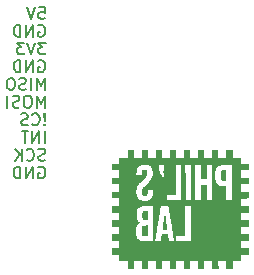
<source format=gbr>
%TF.GenerationSoftware,KiCad,Pcbnew,(5.1.7)-1*%
%TF.CreationDate,2021-09-13T22:56:48+02:00*%
%TF.ProjectId,Airspeed_SensorBoard,41697273-7065-4656-945f-53656e736f72,rev?*%
%TF.SameCoordinates,Original*%
%TF.FileFunction,Legend,Bot*%
%TF.FilePolarity,Positive*%
%FSLAX46Y46*%
G04 Gerber Fmt 4.6, Leading zero omitted, Abs format (unit mm)*
G04 Created by KiCad (PCBNEW (5.1.7)-1) date 2021-09-13 22:56:48*
%MOMM*%
%LPD*%
G01*
G04 APERTURE LIST*
%ADD10C,0.150000*%
%ADD11C,0.010000*%
G04 APERTURE END LIST*
D10*
X60390595Y-38500000D02*
X60485833Y-38452380D01*
X60628690Y-38452380D01*
X60771547Y-38500000D01*
X60866785Y-38595238D01*
X60914404Y-38690476D01*
X60962023Y-38880952D01*
X60962023Y-39023809D01*
X60914404Y-39214285D01*
X60866785Y-39309523D01*
X60771547Y-39404761D01*
X60628690Y-39452380D01*
X60533452Y-39452380D01*
X60390595Y-39404761D01*
X60342976Y-39357142D01*
X60342976Y-39023809D01*
X60533452Y-39023809D01*
X59914404Y-39452380D02*
X59914404Y-38452380D01*
X59342976Y-39452380D01*
X59342976Y-38452380D01*
X58866785Y-39452380D02*
X58866785Y-38452380D01*
X58628690Y-38452380D01*
X58485833Y-38500000D01*
X58390595Y-38595238D01*
X58342976Y-38690476D01*
X58295357Y-38880952D01*
X58295357Y-39023809D01*
X58342976Y-39214285D01*
X58390595Y-39309523D01*
X58485833Y-39404761D01*
X58628690Y-39452380D01*
X58866785Y-39452380D01*
X60962023Y-37904761D02*
X60819166Y-37952380D01*
X60581071Y-37952380D01*
X60485833Y-37904761D01*
X60438214Y-37857142D01*
X60390595Y-37761904D01*
X60390595Y-37666666D01*
X60438214Y-37571428D01*
X60485833Y-37523809D01*
X60581071Y-37476190D01*
X60771547Y-37428571D01*
X60866785Y-37380952D01*
X60914404Y-37333333D01*
X60962023Y-37238095D01*
X60962023Y-37142857D01*
X60914404Y-37047619D01*
X60866785Y-37000000D01*
X60771547Y-36952380D01*
X60533452Y-36952380D01*
X60390595Y-37000000D01*
X59390595Y-37857142D02*
X59438214Y-37904761D01*
X59581071Y-37952380D01*
X59676309Y-37952380D01*
X59819166Y-37904761D01*
X59914404Y-37809523D01*
X59962023Y-37714285D01*
X60009642Y-37523809D01*
X60009642Y-37380952D01*
X59962023Y-37190476D01*
X59914404Y-37095238D01*
X59819166Y-37000000D01*
X59676309Y-36952380D01*
X59581071Y-36952380D01*
X59438214Y-37000000D01*
X59390595Y-37047619D01*
X58962023Y-37952380D02*
X58962023Y-36952380D01*
X58390595Y-37952380D02*
X58819166Y-37380952D01*
X58390595Y-36952380D02*
X58962023Y-37523809D01*
X60914404Y-36452380D02*
X60914404Y-35452380D01*
X60438214Y-36452380D02*
X60438214Y-35452380D01*
X59866785Y-36452380D01*
X59866785Y-35452380D01*
X59533452Y-35452380D02*
X58962023Y-35452380D01*
X59247738Y-36452380D02*
X59247738Y-35452380D01*
X60914404Y-34857142D02*
X60866785Y-34904761D01*
X60914404Y-34952380D01*
X60962023Y-34904761D01*
X60914404Y-34857142D01*
X60914404Y-34952380D01*
X60914404Y-34571428D02*
X60962023Y-34000000D01*
X60914404Y-33952380D01*
X60866785Y-34000000D01*
X60914404Y-34571428D01*
X60914404Y-33952380D01*
X59866785Y-34857142D02*
X59914404Y-34904761D01*
X60057261Y-34952380D01*
X60152500Y-34952380D01*
X60295357Y-34904761D01*
X60390595Y-34809523D01*
X60438214Y-34714285D01*
X60485833Y-34523809D01*
X60485833Y-34380952D01*
X60438214Y-34190476D01*
X60390595Y-34095238D01*
X60295357Y-34000000D01*
X60152500Y-33952380D01*
X60057261Y-33952380D01*
X59914404Y-34000000D01*
X59866785Y-34047619D01*
X59485833Y-34904761D02*
X59342976Y-34952380D01*
X59104880Y-34952380D01*
X59009642Y-34904761D01*
X58962023Y-34857142D01*
X58914404Y-34761904D01*
X58914404Y-34666666D01*
X58962023Y-34571428D01*
X59009642Y-34523809D01*
X59104880Y-34476190D01*
X59295357Y-34428571D01*
X59390595Y-34380952D01*
X59438214Y-34333333D01*
X59485833Y-34238095D01*
X59485833Y-34142857D01*
X59438214Y-34047619D01*
X59390595Y-34000000D01*
X59295357Y-33952380D01*
X59057261Y-33952380D01*
X58914404Y-34000000D01*
X60914404Y-33452380D02*
X60914404Y-32452380D01*
X60581071Y-33166666D01*
X60247738Y-32452380D01*
X60247738Y-33452380D01*
X59581071Y-32452380D02*
X59390595Y-32452380D01*
X59295357Y-32500000D01*
X59200119Y-32595238D01*
X59152500Y-32785714D01*
X59152500Y-33119047D01*
X59200119Y-33309523D01*
X59295357Y-33404761D01*
X59390595Y-33452380D01*
X59581071Y-33452380D01*
X59676309Y-33404761D01*
X59771547Y-33309523D01*
X59819166Y-33119047D01*
X59819166Y-32785714D01*
X59771547Y-32595238D01*
X59676309Y-32500000D01*
X59581071Y-32452380D01*
X58771547Y-33404761D02*
X58628690Y-33452380D01*
X58390595Y-33452380D01*
X58295357Y-33404761D01*
X58247738Y-33357142D01*
X58200119Y-33261904D01*
X58200119Y-33166666D01*
X58247738Y-33071428D01*
X58295357Y-33023809D01*
X58390595Y-32976190D01*
X58581071Y-32928571D01*
X58676309Y-32880952D01*
X58723928Y-32833333D01*
X58771547Y-32738095D01*
X58771547Y-32642857D01*
X58723928Y-32547619D01*
X58676309Y-32500000D01*
X58581071Y-32452380D01*
X58342976Y-32452380D01*
X58200119Y-32500000D01*
X57771547Y-33452380D02*
X57771547Y-32452380D01*
X60914404Y-31952380D02*
X60914404Y-30952380D01*
X60581071Y-31666666D01*
X60247738Y-30952380D01*
X60247738Y-31952380D01*
X59771547Y-31952380D02*
X59771547Y-30952380D01*
X59342976Y-31904761D02*
X59200119Y-31952380D01*
X58962023Y-31952380D01*
X58866785Y-31904761D01*
X58819166Y-31857142D01*
X58771547Y-31761904D01*
X58771547Y-31666666D01*
X58819166Y-31571428D01*
X58866785Y-31523809D01*
X58962023Y-31476190D01*
X59152500Y-31428571D01*
X59247738Y-31380952D01*
X59295357Y-31333333D01*
X59342976Y-31238095D01*
X59342976Y-31142857D01*
X59295357Y-31047619D01*
X59247738Y-31000000D01*
X59152500Y-30952380D01*
X58914404Y-30952380D01*
X58771547Y-31000000D01*
X58152500Y-30952380D02*
X57962023Y-30952380D01*
X57866785Y-31000000D01*
X57771547Y-31095238D01*
X57723928Y-31285714D01*
X57723928Y-31619047D01*
X57771547Y-31809523D01*
X57866785Y-31904761D01*
X57962023Y-31952380D01*
X58152500Y-31952380D01*
X58247738Y-31904761D01*
X58342976Y-31809523D01*
X58390595Y-31619047D01*
X58390595Y-31285714D01*
X58342976Y-31095238D01*
X58247738Y-31000000D01*
X58152500Y-30952380D01*
X60390595Y-29500000D02*
X60485833Y-29452380D01*
X60628690Y-29452380D01*
X60771547Y-29500000D01*
X60866785Y-29595238D01*
X60914404Y-29690476D01*
X60962023Y-29880952D01*
X60962023Y-30023809D01*
X60914404Y-30214285D01*
X60866785Y-30309523D01*
X60771547Y-30404761D01*
X60628690Y-30452380D01*
X60533452Y-30452380D01*
X60390595Y-30404761D01*
X60342976Y-30357142D01*
X60342976Y-30023809D01*
X60533452Y-30023809D01*
X59914404Y-30452380D02*
X59914404Y-29452380D01*
X59342976Y-30452380D01*
X59342976Y-29452380D01*
X58866785Y-30452380D02*
X58866785Y-29452380D01*
X58628690Y-29452380D01*
X58485833Y-29500000D01*
X58390595Y-29595238D01*
X58342976Y-29690476D01*
X58295357Y-29880952D01*
X58295357Y-30023809D01*
X58342976Y-30214285D01*
X58390595Y-30309523D01*
X58485833Y-30404761D01*
X58628690Y-30452380D01*
X58866785Y-30452380D01*
X61009642Y-27952380D02*
X60390595Y-27952380D01*
X60723928Y-28333333D01*
X60581071Y-28333333D01*
X60485833Y-28380952D01*
X60438214Y-28428571D01*
X60390595Y-28523809D01*
X60390595Y-28761904D01*
X60438214Y-28857142D01*
X60485833Y-28904761D01*
X60581071Y-28952380D01*
X60866785Y-28952380D01*
X60962023Y-28904761D01*
X61009642Y-28857142D01*
X60104880Y-27952380D02*
X59771547Y-28952380D01*
X59438214Y-27952380D01*
X59200119Y-27952380D02*
X58581071Y-27952380D01*
X58914404Y-28333333D01*
X58771547Y-28333333D01*
X58676309Y-28380952D01*
X58628690Y-28428571D01*
X58581071Y-28523809D01*
X58581071Y-28761904D01*
X58628690Y-28857142D01*
X58676309Y-28904761D01*
X58771547Y-28952380D01*
X59057261Y-28952380D01*
X59152500Y-28904761D01*
X59200119Y-28857142D01*
X60390595Y-26500000D02*
X60485833Y-26452380D01*
X60628690Y-26452380D01*
X60771547Y-26500000D01*
X60866785Y-26595238D01*
X60914404Y-26690476D01*
X60962023Y-26880952D01*
X60962023Y-27023809D01*
X60914404Y-27214285D01*
X60866785Y-27309523D01*
X60771547Y-27404761D01*
X60628690Y-27452380D01*
X60533452Y-27452380D01*
X60390595Y-27404761D01*
X60342976Y-27357142D01*
X60342976Y-27023809D01*
X60533452Y-27023809D01*
X59914404Y-27452380D02*
X59914404Y-26452380D01*
X59342976Y-27452380D01*
X59342976Y-26452380D01*
X58866785Y-27452380D02*
X58866785Y-26452380D01*
X58628690Y-26452380D01*
X58485833Y-26500000D01*
X58390595Y-26595238D01*
X58342976Y-26690476D01*
X58295357Y-26880952D01*
X58295357Y-27023809D01*
X58342976Y-27214285D01*
X58390595Y-27309523D01*
X58485833Y-27404761D01*
X58628690Y-27452380D01*
X58866785Y-27452380D01*
X60438214Y-24952380D02*
X60914404Y-24952380D01*
X60962023Y-25428571D01*
X60914404Y-25380952D01*
X60819166Y-25333333D01*
X60581071Y-25333333D01*
X60485833Y-25380952D01*
X60438214Y-25428571D01*
X60390595Y-25523809D01*
X60390595Y-25761904D01*
X60438214Y-25857142D01*
X60485833Y-25904761D01*
X60581071Y-25952380D01*
X60819166Y-25952380D01*
X60914404Y-25904761D01*
X60962023Y-25857142D01*
X60104880Y-24952380D02*
X59771547Y-25952380D01*
X59438214Y-24952380D01*
D11*
%TO.C,G\u002A\u002A\u002A*%
G36*
X71523395Y-37354923D02*
G01*
X71520925Y-37696112D01*
X71151685Y-37698573D01*
X70782444Y-37701034D01*
X70782444Y-37014075D01*
X70330888Y-37014075D01*
X70330888Y-37701034D01*
X69961648Y-37698573D01*
X69592407Y-37696112D01*
X69587469Y-37014074D01*
X69361808Y-37014074D01*
X69136148Y-37014075D01*
X69136148Y-37700815D01*
X68421185Y-37700815D01*
X68421185Y-37014075D01*
X67951049Y-37014075D01*
X67948580Y-37355093D01*
X67946111Y-37696112D01*
X67207629Y-37701034D01*
X67207629Y-38237037D01*
X66596148Y-38237037D01*
X66596148Y-38688593D01*
X67207629Y-38688593D01*
X67207629Y-39431778D01*
X66596148Y-39431778D01*
X66596148Y-39883334D01*
X67207629Y-39883334D01*
X67207629Y-40617112D01*
X66596148Y-40617112D01*
X66596148Y-41068667D01*
X67207629Y-41068667D01*
X67207629Y-41811852D01*
X66596148Y-41811852D01*
X66596148Y-42263408D01*
X67207629Y-42263408D01*
X67207629Y-43006593D01*
X66595807Y-43006593D01*
X66600851Y-43453445D01*
X67207629Y-43458409D01*
X67207629Y-44201334D01*
X66595807Y-44201334D01*
X66600851Y-44648186D01*
X67207629Y-44653150D01*
X67207629Y-45386667D01*
X66596148Y-45386667D01*
X66596148Y-45838223D01*
X67207629Y-45838223D01*
X67207629Y-46383852D01*
X67950814Y-46383852D01*
X67950814Y-47070593D01*
X68421185Y-47070593D01*
X68421185Y-46383852D01*
X69136148Y-46383852D01*
X69136148Y-47070593D01*
X69587703Y-47070593D01*
X69587703Y-46383852D01*
X70330888Y-46383852D01*
X70330888Y-47070593D01*
X70782444Y-47070593D01*
X70782444Y-46383852D01*
X71525629Y-46383852D01*
X71525629Y-47070593D01*
X71745697Y-47070593D01*
X71816153Y-47070478D01*
X71870059Y-47070028D01*
X71909681Y-47069084D01*
X71937284Y-47067489D01*
X71955132Y-47065086D01*
X71965489Y-47061715D01*
X71970621Y-47057219D01*
X71971814Y-47054827D01*
X71973258Y-47041868D01*
X71974536Y-47012455D01*
X71975609Y-46968948D01*
X71976437Y-46913709D01*
X71976982Y-46849098D01*
X71977204Y-46777476D01*
X71977166Y-46732623D01*
X71977008Y-46657650D01*
X71976884Y-46588018D01*
X71976797Y-46526141D01*
X71976749Y-46474434D01*
X71976744Y-46435311D01*
X71976783Y-46411188D01*
X71976827Y-46405019D01*
X71977185Y-46383852D01*
X72710963Y-46383852D01*
X72710963Y-47070593D01*
X73162518Y-47070593D01*
X73162518Y-46383852D01*
X73905703Y-46383852D01*
X73905703Y-47070593D01*
X74357259Y-47070593D01*
X74357259Y-46383852D01*
X75101244Y-46383852D01*
X75095740Y-47070604D01*
X75323778Y-47070598D01*
X75551815Y-47070593D01*
X75551291Y-46729575D01*
X75550768Y-46388556D01*
X75921760Y-46386097D01*
X76015165Y-46385519D01*
X76091475Y-46385188D01*
X76152407Y-46385169D01*
X76199678Y-46385528D01*
X76235008Y-46386329D01*
X76260113Y-46387639D01*
X76276712Y-46389522D01*
X76286523Y-46392044D01*
X76291264Y-46395271D01*
X76292652Y-46399267D01*
X76292679Y-46400208D01*
X76292698Y-46413250D01*
X76292784Y-46442822D01*
X76292931Y-46486643D01*
X76293130Y-46542428D01*
X76293372Y-46607895D01*
X76293650Y-46680760D01*
X76293895Y-46743686D01*
X76295185Y-47070593D01*
X76514691Y-47070593D01*
X76577144Y-47070335D01*
X76633222Y-47069611D01*
X76680219Y-47068497D01*
X76715426Y-47067067D01*
X76736137Y-47065397D01*
X76740469Y-47064321D01*
X76741914Y-47053783D01*
X76743242Y-47026586D01*
X76744413Y-46984887D01*
X76745387Y-46930843D01*
X76746126Y-46866610D01*
X76746590Y-46794345D01*
X76746740Y-46720951D01*
X76746740Y-46383852D01*
X77423785Y-46383852D01*
X77428777Y-45842926D01*
X77769796Y-45840457D01*
X78110814Y-45837988D01*
X78110814Y-45386902D01*
X77769796Y-45384433D01*
X77428777Y-45381963D01*
X77424743Y-44784593D01*
X71894013Y-44784593D01*
X71366556Y-44784593D01*
X71361335Y-44754019D01*
X71358529Y-44736258D01*
X71353465Y-44702887D01*
X71346593Y-44656913D01*
X71338359Y-44601346D01*
X71329214Y-44539192D01*
X71323136Y-44497667D01*
X71313615Y-44432553D01*
X71304713Y-44371797D01*
X71296885Y-44318483D01*
X71290582Y-44275698D01*
X71286260Y-44246527D01*
X71284770Y-44236612D01*
X71279383Y-44201334D01*
X70822655Y-44201334D01*
X70811775Y-44269537D01*
X70804098Y-44320421D01*
X70797529Y-44369130D01*
X70792683Y-44410703D01*
X70790172Y-44440178D01*
X70789965Y-44445926D01*
X70788495Y-44460850D01*
X70784657Y-44490080D01*
X70779042Y-44529728D01*
X70772244Y-44575908D01*
X70764853Y-44624732D01*
X70757461Y-44672314D01*
X70750662Y-44714767D01*
X70745046Y-44748203D01*
X70741206Y-44768735D01*
X70740178Y-44772834D01*
X70734569Y-44776417D01*
X70719498Y-44779252D01*
X70693358Y-44781406D01*
X70654540Y-44782948D01*
X70601436Y-44783947D01*
X70532438Y-44784471D01*
X70463443Y-44784593D01*
X70393757Y-44784359D01*
X70330360Y-44783697D01*
X70275640Y-44782668D01*
X70231987Y-44781332D01*
X70201789Y-44779752D01*
X70187435Y-44777988D01*
X70186610Y-44777537D01*
X70187018Y-44766815D01*
X70190245Y-44739899D01*
X70195944Y-44699143D01*
X70203770Y-44646902D01*
X70213378Y-44585527D01*
X70224420Y-44517374D01*
X70228220Y-44494398D01*
X70242921Y-44405127D01*
X70259376Y-44303821D01*
X70276532Y-44197045D01*
X70293339Y-44091369D01*
X70308743Y-43993361D01*
X70317123Y-43939361D01*
X70326112Y-43881834D01*
X70337822Y-43808121D01*
X70351867Y-43720593D01*
X70367861Y-43621619D01*
X70385418Y-43513570D01*
X70404153Y-43398817D01*
X70423681Y-43279731D01*
X70430189Y-43240210D01*
X70114518Y-43240210D01*
X70114475Y-43408557D01*
X70114351Y-43571813D01*
X70114148Y-43728984D01*
X70113873Y-43879077D01*
X70113529Y-44021100D01*
X70113121Y-44154059D01*
X70112653Y-44276961D01*
X70112131Y-44388813D01*
X70111558Y-44488622D01*
X70110939Y-44575395D01*
X70110280Y-44648139D01*
X70109583Y-44705860D01*
X70108855Y-44747566D01*
X70108099Y-44772264D01*
X70107463Y-44779127D01*
X70096928Y-44780445D01*
X70069416Y-44781515D01*
X70026763Y-44782326D01*
X69970804Y-44782868D01*
X69903376Y-44783127D01*
X69826314Y-44783094D01*
X69741454Y-44782757D01*
X69650632Y-44782104D01*
X69639444Y-44782004D01*
X69529804Y-44780916D01*
X69437268Y-44779775D01*
X69360124Y-44778515D01*
X69296662Y-44777075D01*
X69245171Y-44775391D01*
X69203940Y-44773398D01*
X69171257Y-44771034D01*
X69145412Y-44768236D01*
X69124693Y-44764938D01*
X69113066Y-44762475D01*
X68998454Y-44728307D01*
X68898567Y-44682671D01*
X68812766Y-44624960D01*
X68740415Y-44554572D01*
X68680878Y-44470900D01*
X68633516Y-44373341D01*
X68601890Y-44277326D01*
X68594878Y-44250703D01*
X68589352Y-44226881D01*
X68585130Y-44203170D01*
X68582031Y-44176878D01*
X68579871Y-44145312D01*
X68578468Y-44105783D01*
X68577640Y-44055598D01*
X68577204Y-43992065D01*
X68576978Y-43912494D01*
X68576972Y-43909704D01*
X68577144Y-43814436D01*
X68578277Y-43735248D01*
X68580665Y-43669416D01*
X68584598Y-43614218D01*
X68590370Y-43566930D01*
X68598272Y-43524829D01*
X68608597Y-43485191D01*
X68621636Y-43445294D01*
X68628926Y-43425303D01*
X68657162Y-43364455D01*
X68695084Y-43303674D01*
X68739212Y-43247332D01*
X68786066Y-43199800D01*
X68832165Y-43165449D01*
X68838759Y-43161726D01*
X68870004Y-43144899D01*
X68822824Y-43106320D01*
X68763623Y-43046534D01*
X68713111Y-42972111D01*
X68672805Y-42885809D01*
X68644222Y-42790383D01*
X68641173Y-42776112D01*
X68630266Y-42704262D01*
X68623475Y-42619958D01*
X68620711Y-42528118D01*
X68621883Y-42433658D01*
X68626901Y-42341495D01*
X68635674Y-42256547D01*
X68648111Y-42183728D01*
X68652403Y-42165536D01*
X68686566Y-42065086D01*
X68734599Y-41975989D01*
X68795667Y-41899324D01*
X68868934Y-41836172D01*
X68939695Y-41794160D01*
X68977628Y-41776226D01*
X69013752Y-41760970D01*
X69049940Y-41748177D01*
X69088065Y-41737632D01*
X69130000Y-41729123D01*
X69177619Y-41722434D01*
X69232794Y-41717353D01*
X69297397Y-41713664D01*
X69373303Y-41711154D01*
X69462383Y-41709609D01*
X69566512Y-41708815D01*
X69687561Y-41708558D01*
X69688833Y-41708557D01*
X70114518Y-41708371D01*
X70114518Y-43240210D01*
X70430189Y-43240210D01*
X70443615Y-43158680D01*
X70463570Y-43038037D01*
X70472693Y-42983075D01*
X70491496Y-42869799D01*
X70509705Y-42759855D01*
X70527037Y-42654978D01*
X70543206Y-42556904D01*
X70557926Y-42467370D01*
X70570913Y-42388110D01*
X70581882Y-42320861D01*
X70590548Y-42267359D01*
X70596625Y-42229338D01*
X70599368Y-42211667D01*
X70611060Y-42134385D01*
X70623001Y-42056600D01*
X70634753Y-41981063D01*
X70645878Y-41910527D01*
X70655940Y-41847743D01*
X70664501Y-41795465D01*
X70671125Y-41756442D01*
X70675207Y-41734241D01*
X70680457Y-41708371D01*
X71384984Y-41708371D01*
X71392796Y-41729537D01*
X71398111Y-41750364D01*
X71403641Y-41781924D01*
X71406973Y-41807149D01*
X71409403Y-41824383D01*
X71414700Y-41858810D01*
X71422642Y-41909064D01*
X71433006Y-41973778D01*
X71445571Y-42051586D01*
X71460113Y-42141121D01*
X71476412Y-42241017D01*
X71494245Y-42349908D01*
X71513389Y-42466426D01*
X71533623Y-42589206D01*
X71554724Y-42716880D01*
X71562975Y-42766704D01*
X71584285Y-42895405D01*
X71604788Y-43019393D01*
X71624263Y-43137338D01*
X71642494Y-43247909D01*
X71659262Y-43349776D01*
X71674348Y-43441608D01*
X71687534Y-43522075D01*
X71698601Y-43589847D01*
X71707330Y-43643593D01*
X71713505Y-43681983D01*
X71716905Y-43703686D01*
X71717445Y-43707445D01*
X71721290Y-43736202D01*
X71726673Y-43775040D01*
X71732273Y-43814457D01*
X71735784Y-43837427D01*
X71741892Y-43875836D01*
X71750219Y-43927408D01*
X71760389Y-43989864D01*
X71772023Y-44060926D01*
X71784745Y-44138317D01*
X71798177Y-44219759D01*
X71811942Y-44302974D01*
X71825663Y-44385685D01*
X71838963Y-44465614D01*
X71851464Y-44540484D01*
X71862788Y-44608015D01*
X71872560Y-44665932D01*
X71880400Y-44711955D01*
X71885933Y-44743808D01*
X71888678Y-44758723D01*
X71894013Y-44784593D01*
X77424743Y-44784593D01*
X77423853Y-44652889D01*
X78110814Y-44652889D01*
X78110814Y-44201568D01*
X77769796Y-44199099D01*
X77428777Y-44196630D01*
X77428316Y-44127344D01*
X73297287Y-44127344D01*
X73297254Y-44250384D01*
X73297177Y-44362452D01*
X73297056Y-44462527D01*
X73296893Y-44549585D01*
X73296686Y-44622606D01*
X73296438Y-44680568D01*
X73296149Y-44722450D01*
X73295819Y-44747228D01*
X73295573Y-44753771D01*
X73292221Y-44784098D01*
X72640036Y-44784466D01*
X72495998Y-44784424D01*
X72370448Y-44784121D01*
X72263059Y-44783553D01*
X72173508Y-44782715D01*
X72101467Y-44781602D01*
X72046611Y-44780210D01*
X72008616Y-44778533D01*
X71987155Y-44776568D01*
X71981731Y-44774932D01*
X71979922Y-44762400D01*
X71978476Y-44731605D01*
X71977397Y-44683096D01*
X71976691Y-44617422D01*
X71976364Y-44535131D01*
X71976419Y-44436773D01*
X71976864Y-44322895D01*
X71977086Y-44283754D01*
X71978144Y-44279686D01*
X71982391Y-44276329D01*
X71991513Y-44273599D01*
X72007195Y-44271415D01*
X72031126Y-44269692D01*
X72064991Y-44268349D01*
X72110477Y-44267302D01*
X72169270Y-44266470D01*
X72243058Y-44265768D01*
X72333526Y-44265115D01*
X72360537Y-44264939D01*
X72743888Y-44262482D01*
X72746274Y-42985426D01*
X72748660Y-41708371D01*
X73294108Y-41708371D01*
X73296517Y-43215908D01*
X73296763Y-43383323D01*
X73296962Y-43545897D01*
X73297113Y-43702608D01*
X73297217Y-43852434D01*
X73297275Y-43994353D01*
X73297287Y-44127344D01*
X77428316Y-44127344D01*
X77426316Y-43827389D01*
X77423855Y-43458149D01*
X78110814Y-43458149D01*
X78110814Y-43006828D01*
X77769796Y-43004359D01*
X77428777Y-43001889D01*
X77428777Y-42268112D01*
X77769796Y-42265642D01*
X78110814Y-42263173D01*
X78110814Y-41811852D01*
X77423855Y-41811852D01*
X77426316Y-41442612D01*
X77427113Y-41322947D01*
X76746740Y-41322947D01*
X76715294Y-41322667D01*
X75100500Y-41322667D01*
X74545407Y-41322667D01*
X74545407Y-39977408D01*
X74131606Y-39977408D01*
X74129192Y-40647686D01*
X74126777Y-41317963D01*
X73851611Y-41320457D01*
X73576444Y-41322951D01*
X73576444Y-41322667D01*
X73313037Y-41322667D01*
X72758000Y-41322667D01*
X72758000Y-39793963D01*
X72757985Y-39625791D01*
X72757944Y-39462712D01*
X72757876Y-39305719D01*
X72757784Y-39155807D01*
X72757669Y-39013969D01*
X72757533Y-38881201D01*
X72757377Y-38758495D01*
X72757202Y-38646847D01*
X72757011Y-38547250D01*
X72756805Y-38460698D01*
X72756584Y-38388186D01*
X72756352Y-38330707D01*
X72756109Y-38289256D01*
X72755856Y-38264827D01*
X72755648Y-38258204D01*
X72764063Y-38256351D01*
X72789009Y-38254514D01*
X72828204Y-38252773D01*
X72879363Y-38251205D01*
X72940204Y-38249889D01*
X73008444Y-38248904D01*
X73033166Y-38248657D01*
X73281590Y-38246445D01*
X72494592Y-38246445D01*
X72494592Y-41322667D01*
X71168148Y-41322667D01*
X71168148Y-40805471D01*
X71551500Y-40803013D01*
X71934851Y-40800556D01*
X71935685Y-40353704D01*
X70086296Y-40353704D01*
X70086296Y-40479707D01*
X70082901Y-40612417D01*
X70072356Y-40729640D01*
X70054125Y-40833505D01*
X70027667Y-40926140D01*
X69992446Y-41009674D01*
X69947922Y-41086236D01*
X69924604Y-41119120D01*
X69864600Y-41184699D01*
X69790014Y-41242547D01*
X69704137Y-41290802D01*
X69610265Y-41327603D01*
X69515354Y-41350483D01*
X69459472Y-41356677D01*
X69391544Y-41359325D01*
X69317975Y-41358578D01*
X69245165Y-41354589D01*
X69179517Y-41347509D01*
X69145555Y-41341703D01*
X69036417Y-41310647D01*
X68937668Y-41264792D01*
X68850339Y-41204906D01*
X68775463Y-41131759D01*
X68714071Y-41046117D01*
X68690680Y-41002815D01*
X68662538Y-40941740D01*
X68641136Y-40885370D01*
X68625493Y-40829195D01*
X68614629Y-40768705D01*
X68607563Y-40699390D01*
X68603314Y-40616739D01*
X68602718Y-40598297D01*
X68601548Y-40505133D01*
X68604485Y-40425532D01*
X68612100Y-40354576D01*
X68624964Y-40287349D01*
X68643649Y-40218933D01*
X68648613Y-40203186D01*
X68692505Y-40093089D01*
X68752690Y-39982633D01*
X68827004Y-39875098D01*
X68913279Y-39773766D01*
X68968398Y-39718704D01*
X68995311Y-39693442D01*
X69032342Y-39658716D01*
X69075873Y-39617918D01*
X69122283Y-39574438D01*
X69159098Y-39539963D01*
X69215695Y-39486741D01*
X69260694Y-39443750D01*
X69296423Y-39408570D01*
X69325209Y-39378778D01*
X69349380Y-39351954D01*
X69371262Y-39325676D01*
X69393184Y-39297524D01*
X69397064Y-39292401D01*
X69451499Y-39208268D01*
X69488019Y-39122749D01*
X69507479Y-39033176D01*
X69510784Y-38937987D01*
X69503110Y-38866874D01*
X69486484Y-38811362D01*
X69460083Y-38770086D01*
X69423085Y-38741678D01*
X69383680Y-38726880D01*
X69333246Y-38720709D01*
X69282164Y-38725920D01*
X69235640Y-38741114D01*
X69198882Y-38764893D01*
X69185408Y-38780114D01*
X69170119Y-38805036D01*
X69158693Y-38832001D01*
X69150460Y-38864437D01*
X69144751Y-38905772D01*
X69140895Y-38959433D01*
X69138481Y-39020349D01*
X69133892Y-39168660D01*
X68870717Y-39166164D01*
X68607542Y-39163667D01*
X68608852Y-39009649D01*
X68611562Y-38910189D01*
X68618254Y-38825381D01*
X68629533Y-38751367D01*
X68646004Y-38684288D01*
X68668272Y-38620287D01*
X68670920Y-38613712D01*
X68718724Y-38514702D01*
X68775416Y-38431467D01*
X68842241Y-38362590D01*
X68920442Y-38306654D01*
X68958883Y-38285723D01*
X69015201Y-38259587D01*
X69067470Y-38240459D01*
X69120984Y-38227110D01*
X69181037Y-38218310D01*
X69252922Y-38212832D01*
X69277922Y-38211637D01*
X69408750Y-38212043D01*
X69526384Y-38225328D01*
X69631685Y-38251859D01*
X69725508Y-38292003D01*
X69808714Y-38346127D01*
X69882160Y-38414597D01*
X69946374Y-38497284D01*
X69994498Y-38584713D01*
X70031657Y-38684471D01*
X70057548Y-38793384D01*
X70071867Y-38908277D01*
X70074309Y-39025974D01*
X70064570Y-39143303D01*
X70042346Y-39257087D01*
X70024874Y-39316457D01*
X69998586Y-39383031D01*
X69962465Y-39456975D01*
X69919815Y-39532190D01*
X69873940Y-39602575D01*
X69857964Y-39624630D01*
X69826667Y-39663194D01*
X69782939Y-39712116D01*
X69728632Y-39769507D01*
X69665598Y-39833475D01*
X69595687Y-39902129D01*
X69520750Y-39973581D01*
X69470008Y-40020827D01*
X69393894Y-40093606D01*
X69332030Y-40158725D01*
X69282613Y-40218334D01*
X69243838Y-40274582D01*
X69218184Y-40320778D01*
X69192756Y-40377554D01*
X69175529Y-40431055D01*
X69165239Y-40487313D01*
X69160623Y-40552362D01*
X69160051Y-40598297D01*
X69162157Y-40662144D01*
X69168971Y-40711240D01*
X69181839Y-40749344D01*
X69202108Y-40780216D01*
X69231122Y-40807616D01*
X69236458Y-40811770D01*
X69255077Y-40824743D01*
X69272806Y-40832608D01*
X69295174Y-40836624D01*
X69327712Y-40838050D01*
X69352518Y-40838186D01*
X69393193Y-40837663D01*
X69420593Y-40835257D01*
X69440247Y-40829709D01*
X69457685Y-40819760D01*
X69468578Y-40811770D01*
X69492933Y-40791459D01*
X69511587Y-40770526D01*
X69525354Y-40746097D01*
X69535048Y-40715299D01*
X69541484Y-40675260D01*
X69545475Y-40623106D01*
X69547836Y-40555964D01*
X69548395Y-40530093D01*
X69551836Y-40353704D01*
X70086296Y-40353704D01*
X71935685Y-40353704D01*
X71937237Y-39523500D01*
X71937668Y-39292469D01*
X71077654Y-39292469D01*
X71077623Y-39292534D01*
X71067096Y-39295105D01*
X71041058Y-39297299D01*
X71002815Y-39298954D01*
X70955670Y-39299907D01*
X70924488Y-39300075D01*
X70776012Y-39300075D01*
X70730960Y-39203649D01*
X70711295Y-39161275D01*
X70686408Y-39107229D01*
X70658814Y-39046993D01*
X70631026Y-38986047D01*
X70615719Y-38952334D01*
X70591349Y-38898851D01*
X70567934Y-38847999D01*
X70547263Y-38803626D01*
X70531127Y-38769581D01*
X70522876Y-38752739D01*
X70515826Y-38738217D01*
X70510414Y-38724240D01*
X70506424Y-38708174D01*
X70503639Y-38687384D01*
X70501844Y-38659237D01*
X70500821Y-38621100D01*
X70500354Y-38570337D01*
X70500226Y-38504317D01*
X70500222Y-38477095D01*
X70500222Y-38246156D01*
X70770685Y-38248652D01*
X71041148Y-38251149D01*
X71043651Y-38513907D01*
X71044052Y-38587849D01*
X71043804Y-38652754D01*
X71042951Y-38706625D01*
X71041539Y-38747468D01*
X71039616Y-38773285D01*
X71037494Y-38782018D01*
X71024201Y-38784745D01*
X70997954Y-38786626D01*
X70966787Y-38787236D01*
X70935386Y-38787427D01*
X70913070Y-38788059D01*
X70904740Y-38788976D01*
X70907812Y-38798012D01*
X70915206Y-38817143D01*
X70915281Y-38817332D01*
X70928397Y-38851497D01*
X70944687Y-38895793D01*
X70963202Y-38947447D01*
X70982994Y-39003681D01*
X71003115Y-39061722D01*
X71022617Y-39118794D01*
X71040552Y-39172120D01*
X71055971Y-39218926D01*
X71067926Y-39256437D01*
X71075470Y-39281876D01*
X71077654Y-39292469D01*
X71937668Y-39292469D01*
X71939623Y-38246445D01*
X72494592Y-38246445D01*
X73281590Y-38246445D01*
X73313037Y-38246165D01*
X73313037Y-41322667D01*
X73576444Y-41322667D01*
X73576444Y-38246445D01*
X74131481Y-38246445D01*
X74131481Y-39460000D01*
X74545407Y-39460000D01*
X74545407Y-38246161D01*
X74820574Y-38248655D01*
X75095740Y-38251149D01*
X75100500Y-41322667D01*
X76715294Y-41322667D01*
X76187000Y-41317963D01*
X76184579Y-40713537D01*
X76182158Y-40109112D01*
X76085801Y-40108949D01*
X75945251Y-40103268D01*
X75819534Y-40086510D01*
X75708038Y-40058349D01*
X75610156Y-40018457D01*
X75525278Y-39966509D01*
X75452794Y-39902179D01*
X75392096Y-39825139D01*
X75342575Y-39735064D01*
X75329010Y-39703484D01*
X75312357Y-39659390D01*
X75298873Y-39616168D01*
X75288240Y-39571165D01*
X75280140Y-39521730D01*
X75274254Y-39465212D01*
X75270265Y-39398957D01*
X75267854Y-39320315D01*
X75266705Y-39226634D01*
X75266522Y-39182482D01*
X75266663Y-39085167D01*
X75267787Y-39003901D01*
X75270193Y-38935932D01*
X75274180Y-38878506D01*
X75280044Y-38828870D01*
X75288083Y-38784272D01*
X75298597Y-38741959D01*
X75311883Y-38699177D01*
X75321960Y-38670328D01*
X75350045Y-38601555D01*
X75381995Y-38543804D01*
X75422431Y-38489610D01*
X75458951Y-38449068D01*
X75527860Y-38385458D01*
X75600741Y-38336724D01*
X75683425Y-38299019D01*
X75690297Y-38296487D01*
X75723459Y-38285236D01*
X75757039Y-38275769D01*
X75792959Y-38267941D01*
X75833140Y-38261602D01*
X75879504Y-38256605D01*
X75933972Y-38252803D01*
X75998465Y-38250046D01*
X76074906Y-38248188D01*
X76165215Y-38247080D01*
X76271315Y-38246575D01*
X76339870Y-38246500D01*
X76746740Y-38246445D01*
X76746740Y-41322947D01*
X77427113Y-41322947D01*
X77428777Y-41073371D01*
X77769796Y-41070902D01*
X78110814Y-41068432D01*
X78110814Y-40617112D01*
X77424074Y-40617112D01*
X77424074Y-39883334D01*
X78110814Y-39883334D01*
X78110814Y-39432013D01*
X77769796Y-39429544D01*
X77428777Y-39427075D01*
X77428777Y-38693297D01*
X77769796Y-38690828D01*
X78110814Y-38688358D01*
X78110814Y-38237272D01*
X77769796Y-38234803D01*
X77428777Y-38232334D01*
X77426279Y-37966574D01*
X77423781Y-37700815D01*
X76746740Y-37700815D01*
X76746740Y-37014075D01*
X76295185Y-37014075D01*
X76293792Y-37336278D01*
X76293435Y-37413026D01*
X76293056Y-37484327D01*
X76292670Y-37547860D01*
X76292295Y-37601302D01*
X76291944Y-37642330D01*
X76291636Y-37668621D01*
X76291440Y-37677297D01*
X76290736Y-37682031D01*
X76287997Y-37685897D01*
X76281487Y-37688981D01*
X76269468Y-37691373D01*
X76250206Y-37693159D01*
X76221963Y-37694429D01*
X76183003Y-37695270D01*
X76131591Y-37695771D01*
X76065989Y-37696019D01*
X75984462Y-37696103D01*
X75920671Y-37696112D01*
X75550860Y-37696112D01*
X75547296Y-37018778D01*
X75323987Y-37016256D01*
X75100679Y-37013735D01*
X75098210Y-37354923D01*
X75095740Y-37696112D01*
X74361963Y-37696112D01*
X74359493Y-37355093D01*
X74357024Y-37014075D01*
X73905703Y-37014075D01*
X73905703Y-37701034D01*
X73536463Y-37698573D01*
X73167222Y-37696112D01*
X73164753Y-37355093D01*
X73162283Y-37014075D01*
X72710963Y-37014075D01*
X72710963Y-37700815D01*
X71977419Y-37700815D01*
X71974950Y-37359797D01*
X71972481Y-37018778D01*
X71749173Y-37016256D01*
X71525864Y-37013735D01*
X71523395Y-37354923D01*
G37*
X71523395Y-37354923D02*
X71520925Y-37696112D01*
X71151685Y-37698573D01*
X70782444Y-37701034D01*
X70782444Y-37014075D01*
X70330888Y-37014075D01*
X70330888Y-37701034D01*
X69961648Y-37698573D01*
X69592407Y-37696112D01*
X69587469Y-37014074D01*
X69361808Y-37014074D01*
X69136148Y-37014075D01*
X69136148Y-37700815D01*
X68421185Y-37700815D01*
X68421185Y-37014075D01*
X67951049Y-37014075D01*
X67948580Y-37355093D01*
X67946111Y-37696112D01*
X67207629Y-37701034D01*
X67207629Y-38237037D01*
X66596148Y-38237037D01*
X66596148Y-38688593D01*
X67207629Y-38688593D01*
X67207629Y-39431778D01*
X66596148Y-39431778D01*
X66596148Y-39883334D01*
X67207629Y-39883334D01*
X67207629Y-40617112D01*
X66596148Y-40617112D01*
X66596148Y-41068667D01*
X67207629Y-41068667D01*
X67207629Y-41811852D01*
X66596148Y-41811852D01*
X66596148Y-42263408D01*
X67207629Y-42263408D01*
X67207629Y-43006593D01*
X66595807Y-43006593D01*
X66600851Y-43453445D01*
X67207629Y-43458409D01*
X67207629Y-44201334D01*
X66595807Y-44201334D01*
X66600851Y-44648186D01*
X67207629Y-44653150D01*
X67207629Y-45386667D01*
X66596148Y-45386667D01*
X66596148Y-45838223D01*
X67207629Y-45838223D01*
X67207629Y-46383852D01*
X67950814Y-46383852D01*
X67950814Y-47070593D01*
X68421185Y-47070593D01*
X68421185Y-46383852D01*
X69136148Y-46383852D01*
X69136148Y-47070593D01*
X69587703Y-47070593D01*
X69587703Y-46383852D01*
X70330888Y-46383852D01*
X70330888Y-47070593D01*
X70782444Y-47070593D01*
X70782444Y-46383852D01*
X71525629Y-46383852D01*
X71525629Y-47070593D01*
X71745697Y-47070593D01*
X71816153Y-47070478D01*
X71870059Y-47070028D01*
X71909681Y-47069084D01*
X71937284Y-47067489D01*
X71955132Y-47065086D01*
X71965489Y-47061715D01*
X71970621Y-47057219D01*
X71971814Y-47054827D01*
X71973258Y-47041868D01*
X71974536Y-47012455D01*
X71975609Y-46968948D01*
X71976437Y-46913709D01*
X71976982Y-46849098D01*
X71977204Y-46777476D01*
X71977166Y-46732623D01*
X71977008Y-46657650D01*
X71976884Y-46588018D01*
X71976797Y-46526141D01*
X71976749Y-46474434D01*
X71976744Y-46435311D01*
X71976783Y-46411188D01*
X71976827Y-46405019D01*
X71977185Y-46383852D01*
X72710963Y-46383852D01*
X72710963Y-47070593D01*
X73162518Y-47070593D01*
X73162518Y-46383852D01*
X73905703Y-46383852D01*
X73905703Y-47070593D01*
X74357259Y-47070593D01*
X74357259Y-46383852D01*
X75101244Y-46383852D01*
X75095740Y-47070604D01*
X75323778Y-47070598D01*
X75551815Y-47070593D01*
X75551291Y-46729575D01*
X75550768Y-46388556D01*
X75921760Y-46386097D01*
X76015165Y-46385519D01*
X76091475Y-46385188D01*
X76152407Y-46385169D01*
X76199678Y-46385528D01*
X76235008Y-46386329D01*
X76260113Y-46387639D01*
X76276712Y-46389522D01*
X76286523Y-46392044D01*
X76291264Y-46395271D01*
X76292652Y-46399267D01*
X76292679Y-46400208D01*
X76292698Y-46413250D01*
X76292784Y-46442822D01*
X76292931Y-46486643D01*
X76293130Y-46542428D01*
X76293372Y-46607895D01*
X76293650Y-46680760D01*
X76293895Y-46743686D01*
X76295185Y-47070593D01*
X76514691Y-47070593D01*
X76577144Y-47070335D01*
X76633222Y-47069611D01*
X76680219Y-47068497D01*
X76715426Y-47067067D01*
X76736137Y-47065397D01*
X76740469Y-47064321D01*
X76741914Y-47053783D01*
X76743242Y-47026586D01*
X76744413Y-46984887D01*
X76745387Y-46930843D01*
X76746126Y-46866610D01*
X76746590Y-46794345D01*
X76746740Y-46720951D01*
X76746740Y-46383852D01*
X77423785Y-46383852D01*
X77428777Y-45842926D01*
X77769796Y-45840457D01*
X78110814Y-45837988D01*
X78110814Y-45386902D01*
X77769796Y-45384433D01*
X77428777Y-45381963D01*
X77424743Y-44784593D01*
X71894013Y-44784593D01*
X71366556Y-44784593D01*
X71361335Y-44754019D01*
X71358529Y-44736258D01*
X71353465Y-44702887D01*
X71346593Y-44656913D01*
X71338359Y-44601346D01*
X71329214Y-44539192D01*
X71323136Y-44497667D01*
X71313615Y-44432553D01*
X71304713Y-44371797D01*
X71296885Y-44318483D01*
X71290582Y-44275698D01*
X71286260Y-44246527D01*
X71284770Y-44236612D01*
X71279383Y-44201334D01*
X70822655Y-44201334D01*
X70811775Y-44269537D01*
X70804098Y-44320421D01*
X70797529Y-44369130D01*
X70792683Y-44410703D01*
X70790172Y-44440178D01*
X70789965Y-44445926D01*
X70788495Y-44460850D01*
X70784657Y-44490080D01*
X70779042Y-44529728D01*
X70772244Y-44575908D01*
X70764853Y-44624732D01*
X70757461Y-44672314D01*
X70750662Y-44714767D01*
X70745046Y-44748203D01*
X70741206Y-44768735D01*
X70740178Y-44772834D01*
X70734569Y-44776417D01*
X70719498Y-44779252D01*
X70693358Y-44781406D01*
X70654540Y-44782948D01*
X70601436Y-44783947D01*
X70532438Y-44784471D01*
X70463443Y-44784593D01*
X70393757Y-44784359D01*
X70330360Y-44783697D01*
X70275640Y-44782668D01*
X70231987Y-44781332D01*
X70201789Y-44779752D01*
X70187435Y-44777988D01*
X70186610Y-44777537D01*
X70187018Y-44766815D01*
X70190245Y-44739899D01*
X70195944Y-44699143D01*
X70203770Y-44646902D01*
X70213378Y-44585527D01*
X70224420Y-44517374D01*
X70228220Y-44494398D01*
X70242921Y-44405127D01*
X70259376Y-44303821D01*
X70276532Y-44197045D01*
X70293339Y-44091369D01*
X70308743Y-43993361D01*
X70317123Y-43939361D01*
X70326112Y-43881834D01*
X70337822Y-43808121D01*
X70351867Y-43720593D01*
X70367861Y-43621619D01*
X70385418Y-43513570D01*
X70404153Y-43398817D01*
X70423681Y-43279731D01*
X70430189Y-43240210D01*
X70114518Y-43240210D01*
X70114475Y-43408557D01*
X70114351Y-43571813D01*
X70114148Y-43728984D01*
X70113873Y-43879077D01*
X70113529Y-44021100D01*
X70113121Y-44154059D01*
X70112653Y-44276961D01*
X70112131Y-44388813D01*
X70111558Y-44488622D01*
X70110939Y-44575395D01*
X70110280Y-44648139D01*
X70109583Y-44705860D01*
X70108855Y-44747566D01*
X70108099Y-44772264D01*
X70107463Y-44779127D01*
X70096928Y-44780445D01*
X70069416Y-44781515D01*
X70026763Y-44782326D01*
X69970804Y-44782868D01*
X69903376Y-44783127D01*
X69826314Y-44783094D01*
X69741454Y-44782757D01*
X69650632Y-44782104D01*
X69639444Y-44782004D01*
X69529804Y-44780916D01*
X69437268Y-44779775D01*
X69360124Y-44778515D01*
X69296662Y-44777075D01*
X69245171Y-44775391D01*
X69203940Y-44773398D01*
X69171257Y-44771034D01*
X69145412Y-44768236D01*
X69124693Y-44764938D01*
X69113066Y-44762475D01*
X68998454Y-44728307D01*
X68898567Y-44682671D01*
X68812766Y-44624960D01*
X68740415Y-44554572D01*
X68680878Y-44470900D01*
X68633516Y-44373341D01*
X68601890Y-44277326D01*
X68594878Y-44250703D01*
X68589352Y-44226881D01*
X68585130Y-44203170D01*
X68582031Y-44176878D01*
X68579871Y-44145312D01*
X68578468Y-44105783D01*
X68577640Y-44055598D01*
X68577204Y-43992065D01*
X68576978Y-43912494D01*
X68576972Y-43909704D01*
X68577144Y-43814436D01*
X68578277Y-43735248D01*
X68580665Y-43669416D01*
X68584598Y-43614218D01*
X68590370Y-43566930D01*
X68598272Y-43524829D01*
X68608597Y-43485191D01*
X68621636Y-43445294D01*
X68628926Y-43425303D01*
X68657162Y-43364455D01*
X68695084Y-43303674D01*
X68739212Y-43247332D01*
X68786066Y-43199800D01*
X68832165Y-43165449D01*
X68838759Y-43161726D01*
X68870004Y-43144899D01*
X68822824Y-43106320D01*
X68763623Y-43046534D01*
X68713111Y-42972111D01*
X68672805Y-42885809D01*
X68644222Y-42790383D01*
X68641173Y-42776112D01*
X68630266Y-42704262D01*
X68623475Y-42619958D01*
X68620711Y-42528118D01*
X68621883Y-42433658D01*
X68626901Y-42341495D01*
X68635674Y-42256547D01*
X68648111Y-42183728D01*
X68652403Y-42165536D01*
X68686566Y-42065086D01*
X68734599Y-41975989D01*
X68795667Y-41899324D01*
X68868934Y-41836172D01*
X68939695Y-41794160D01*
X68977628Y-41776226D01*
X69013752Y-41760970D01*
X69049940Y-41748177D01*
X69088065Y-41737632D01*
X69130000Y-41729123D01*
X69177619Y-41722434D01*
X69232794Y-41717353D01*
X69297397Y-41713664D01*
X69373303Y-41711154D01*
X69462383Y-41709609D01*
X69566512Y-41708815D01*
X69687561Y-41708558D01*
X69688833Y-41708557D01*
X70114518Y-41708371D01*
X70114518Y-43240210D01*
X70430189Y-43240210D01*
X70443615Y-43158680D01*
X70463570Y-43038037D01*
X70472693Y-42983075D01*
X70491496Y-42869799D01*
X70509705Y-42759855D01*
X70527037Y-42654978D01*
X70543206Y-42556904D01*
X70557926Y-42467370D01*
X70570913Y-42388110D01*
X70581882Y-42320861D01*
X70590548Y-42267359D01*
X70596625Y-42229338D01*
X70599368Y-42211667D01*
X70611060Y-42134385D01*
X70623001Y-42056600D01*
X70634753Y-41981063D01*
X70645878Y-41910527D01*
X70655940Y-41847743D01*
X70664501Y-41795465D01*
X70671125Y-41756442D01*
X70675207Y-41734241D01*
X70680457Y-41708371D01*
X71384984Y-41708371D01*
X71392796Y-41729537D01*
X71398111Y-41750364D01*
X71403641Y-41781924D01*
X71406973Y-41807149D01*
X71409403Y-41824383D01*
X71414700Y-41858810D01*
X71422642Y-41909064D01*
X71433006Y-41973778D01*
X71445571Y-42051586D01*
X71460113Y-42141121D01*
X71476412Y-42241017D01*
X71494245Y-42349908D01*
X71513389Y-42466426D01*
X71533623Y-42589206D01*
X71554724Y-42716880D01*
X71562975Y-42766704D01*
X71584285Y-42895405D01*
X71604788Y-43019393D01*
X71624263Y-43137338D01*
X71642494Y-43247909D01*
X71659262Y-43349776D01*
X71674348Y-43441608D01*
X71687534Y-43522075D01*
X71698601Y-43589847D01*
X71707330Y-43643593D01*
X71713505Y-43681983D01*
X71716905Y-43703686D01*
X71717445Y-43707445D01*
X71721290Y-43736202D01*
X71726673Y-43775040D01*
X71732273Y-43814457D01*
X71735784Y-43837427D01*
X71741892Y-43875836D01*
X71750219Y-43927408D01*
X71760389Y-43989864D01*
X71772023Y-44060926D01*
X71784745Y-44138317D01*
X71798177Y-44219759D01*
X71811942Y-44302974D01*
X71825663Y-44385685D01*
X71838963Y-44465614D01*
X71851464Y-44540484D01*
X71862788Y-44608015D01*
X71872560Y-44665932D01*
X71880400Y-44711955D01*
X71885933Y-44743808D01*
X71888678Y-44758723D01*
X71894013Y-44784593D01*
X77424743Y-44784593D01*
X77423853Y-44652889D01*
X78110814Y-44652889D01*
X78110814Y-44201568D01*
X77769796Y-44199099D01*
X77428777Y-44196630D01*
X77428316Y-44127344D01*
X73297287Y-44127344D01*
X73297254Y-44250384D01*
X73297177Y-44362452D01*
X73297056Y-44462527D01*
X73296893Y-44549585D01*
X73296686Y-44622606D01*
X73296438Y-44680568D01*
X73296149Y-44722450D01*
X73295819Y-44747228D01*
X73295573Y-44753771D01*
X73292221Y-44784098D01*
X72640036Y-44784466D01*
X72495998Y-44784424D01*
X72370448Y-44784121D01*
X72263059Y-44783553D01*
X72173508Y-44782715D01*
X72101467Y-44781602D01*
X72046611Y-44780210D01*
X72008616Y-44778533D01*
X71987155Y-44776568D01*
X71981731Y-44774932D01*
X71979922Y-44762400D01*
X71978476Y-44731605D01*
X71977397Y-44683096D01*
X71976691Y-44617422D01*
X71976364Y-44535131D01*
X71976419Y-44436773D01*
X71976864Y-44322895D01*
X71977086Y-44283754D01*
X71978144Y-44279686D01*
X71982391Y-44276329D01*
X71991513Y-44273599D01*
X72007195Y-44271415D01*
X72031126Y-44269692D01*
X72064991Y-44268349D01*
X72110477Y-44267302D01*
X72169270Y-44266470D01*
X72243058Y-44265768D01*
X72333526Y-44265115D01*
X72360537Y-44264939D01*
X72743888Y-44262482D01*
X72746274Y-42985426D01*
X72748660Y-41708371D01*
X73294108Y-41708371D01*
X73296517Y-43215908D01*
X73296763Y-43383323D01*
X73296962Y-43545897D01*
X73297113Y-43702608D01*
X73297217Y-43852434D01*
X73297275Y-43994353D01*
X73297287Y-44127344D01*
X77428316Y-44127344D01*
X77426316Y-43827389D01*
X77423855Y-43458149D01*
X78110814Y-43458149D01*
X78110814Y-43006828D01*
X77769796Y-43004359D01*
X77428777Y-43001889D01*
X77428777Y-42268112D01*
X77769796Y-42265642D01*
X78110814Y-42263173D01*
X78110814Y-41811852D01*
X77423855Y-41811852D01*
X77426316Y-41442612D01*
X77427113Y-41322947D01*
X76746740Y-41322947D01*
X76715294Y-41322667D01*
X75100500Y-41322667D01*
X74545407Y-41322667D01*
X74545407Y-39977408D01*
X74131606Y-39977408D01*
X74129192Y-40647686D01*
X74126777Y-41317963D01*
X73851611Y-41320457D01*
X73576444Y-41322951D01*
X73576444Y-41322667D01*
X73313037Y-41322667D01*
X72758000Y-41322667D01*
X72758000Y-39793963D01*
X72757985Y-39625791D01*
X72757944Y-39462712D01*
X72757876Y-39305719D01*
X72757784Y-39155807D01*
X72757669Y-39013969D01*
X72757533Y-38881201D01*
X72757377Y-38758495D01*
X72757202Y-38646847D01*
X72757011Y-38547250D01*
X72756805Y-38460698D01*
X72756584Y-38388186D01*
X72756352Y-38330707D01*
X72756109Y-38289256D01*
X72755856Y-38264827D01*
X72755648Y-38258204D01*
X72764063Y-38256351D01*
X72789009Y-38254514D01*
X72828204Y-38252773D01*
X72879363Y-38251205D01*
X72940204Y-38249889D01*
X73008444Y-38248904D01*
X73033166Y-38248657D01*
X73281590Y-38246445D01*
X72494592Y-38246445D01*
X72494592Y-41322667D01*
X71168148Y-41322667D01*
X71168148Y-40805471D01*
X71551500Y-40803013D01*
X71934851Y-40800556D01*
X71935685Y-40353704D01*
X70086296Y-40353704D01*
X70086296Y-40479707D01*
X70082901Y-40612417D01*
X70072356Y-40729640D01*
X70054125Y-40833505D01*
X70027667Y-40926140D01*
X69992446Y-41009674D01*
X69947922Y-41086236D01*
X69924604Y-41119120D01*
X69864600Y-41184699D01*
X69790014Y-41242547D01*
X69704137Y-41290802D01*
X69610265Y-41327603D01*
X69515354Y-41350483D01*
X69459472Y-41356677D01*
X69391544Y-41359325D01*
X69317975Y-41358578D01*
X69245165Y-41354589D01*
X69179517Y-41347509D01*
X69145555Y-41341703D01*
X69036417Y-41310647D01*
X68937668Y-41264792D01*
X68850339Y-41204906D01*
X68775463Y-41131759D01*
X68714071Y-41046117D01*
X68690680Y-41002815D01*
X68662538Y-40941740D01*
X68641136Y-40885370D01*
X68625493Y-40829195D01*
X68614629Y-40768705D01*
X68607563Y-40699390D01*
X68603314Y-40616739D01*
X68602718Y-40598297D01*
X68601548Y-40505133D01*
X68604485Y-40425532D01*
X68612100Y-40354576D01*
X68624964Y-40287349D01*
X68643649Y-40218933D01*
X68648613Y-40203186D01*
X68692505Y-40093089D01*
X68752690Y-39982633D01*
X68827004Y-39875098D01*
X68913279Y-39773766D01*
X68968398Y-39718704D01*
X68995311Y-39693442D01*
X69032342Y-39658716D01*
X69075873Y-39617918D01*
X69122283Y-39574438D01*
X69159098Y-39539963D01*
X69215695Y-39486741D01*
X69260694Y-39443750D01*
X69296423Y-39408570D01*
X69325209Y-39378778D01*
X69349380Y-39351954D01*
X69371262Y-39325676D01*
X69393184Y-39297524D01*
X69397064Y-39292401D01*
X69451499Y-39208268D01*
X69488019Y-39122749D01*
X69507479Y-39033176D01*
X69510784Y-38937987D01*
X69503110Y-38866874D01*
X69486484Y-38811362D01*
X69460083Y-38770086D01*
X69423085Y-38741678D01*
X69383680Y-38726880D01*
X69333246Y-38720709D01*
X69282164Y-38725920D01*
X69235640Y-38741114D01*
X69198882Y-38764893D01*
X69185408Y-38780114D01*
X69170119Y-38805036D01*
X69158693Y-38832001D01*
X69150460Y-38864437D01*
X69144751Y-38905772D01*
X69140895Y-38959433D01*
X69138481Y-39020349D01*
X69133892Y-39168660D01*
X68870717Y-39166164D01*
X68607542Y-39163667D01*
X68608852Y-39009649D01*
X68611562Y-38910189D01*
X68618254Y-38825381D01*
X68629533Y-38751367D01*
X68646004Y-38684288D01*
X68668272Y-38620287D01*
X68670920Y-38613712D01*
X68718724Y-38514702D01*
X68775416Y-38431467D01*
X68842241Y-38362590D01*
X68920442Y-38306654D01*
X68958883Y-38285723D01*
X69015201Y-38259587D01*
X69067470Y-38240459D01*
X69120984Y-38227110D01*
X69181037Y-38218310D01*
X69252922Y-38212832D01*
X69277922Y-38211637D01*
X69408750Y-38212043D01*
X69526384Y-38225328D01*
X69631685Y-38251859D01*
X69725508Y-38292003D01*
X69808714Y-38346127D01*
X69882160Y-38414597D01*
X69946374Y-38497284D01*
X69994498Y-38584713D01*
X70031657Y-38684471D01*
X70057548Y-38793384D01*
X70071867Y-38908277D01*
X70074309Y-39025974D01*
X70064570Y-39143303D01*
X70042346Y-39257087D01*
X70024874Y-39316457D01*
X69998586Y-39383031D01*
X69962465Y-39456975D01*
X69919815Y-39532190D01*
X69873940Y-39602575D01*
X69857964Y-39624630D01*
X69826667Y-39663194D01*
X69782939Y-39712116D01*
X69728632Y-39769507D01*
X69665598Y-39833475D01*
X69595687Y-39902129D01*
X69520750Y-39973581D01*
X69470008Y-40020827D01*
X69393894Y-40093606D01*
X69332030Y-40158725D01*
X69282613Y-40218334D01*
X69243838Y-40274582D01*
X69218184Y-40320778D01*
X69192756Y-40377554D01*
X69175529Y-40431055D01*
X69165239Y-40487313D01*
X69160623Y-40552362D01*
X69160051Y-40598297D01*
X69162157Y-40662144D01*
X69168971Y-40711240D01*
X69181839Y-40749344D01*
X69202108Y-40780216D01*
X69231122Y-40807616D01*
X69236458Y-40811770D01*
X69255077Y-40824743D01*
X69272806Y-40832608D01*
X69295174Y-40836624D01*
X69327712Y-40838050D01*
X69352518Y-40838186D01*
X69393193Y-40837663D01*
X69420593Y-40835257D01*
X69440247Y-40829709D01*
X69457685Y-40819760D01*
X69468578Y-40811770D01*
X69492933Y-40791459D01*
X69511587Y-40770526D01*
X69525354Y-40746097D01*
X69535048Y-40715299D01*
X69541484Y-40675260D01*
X69545475Y-40623106D01*
X69547836Y-40555964D01*
X69548395Y-40530093D01*
X69551836Y-40353704D01*
X70086296Y-40353704D01*
X71935685Y-40353704D01*
X71937237Y-39523500D01*
X71937668Y-39292469D01*
X71077654Y-39292469D01*
X71077623Y-39292534D01*
X71067096Y-39295105D01*
X71041058Y-39297299D01*
X71002815Y-39298954D01*
X70955670Y-39299907D01*
X70924488Y-39300075D01*
X70776012Y-39300075D01*
X70730960Y-39203649D01*
X70711295Y-39161275D01*
X70686408Y-39107229D01*
X70658814Y-39046993D01*
X70631026Y-38986047D01*
X70615719Y-38952334D01*
X70591349Y-38898851D01*
X70567934Y-38847999D01*
X70547263Y-38803626D01*
X70531127Y-38769581D01*
X70522876Y-38752739D01*
X70515826Y-38738217D01*
X70510414Y-38724240D01*
X70506424Y-38708174D01*
X70503639Y-38687384D01*
X70501844Y-38659237D01*
X70500821Y-38621100D01*
X70500354Y-38570337D01*
X70500226Y-38504317D01*
X70500222Y-38477095D01*
X70500222Y-38246156D01*
X70770685Y-38248652D01*
X71041148Y-38251149D01*
X71043651Y-38513907D01*
X71044052Y-38587849D01*
X71043804Y-38652754D01*
X71042951Y-38706625D01*
X71041539Y-38747468D01*
X71039616Y-38773285D01*
X71037494Y-38782018D01*
X71024201Y-38784745D01*
X70997954Y-38786626D01*
X70966787Y-38787236D01*
X70935386Y-38787427D01*
X70913070Y-38788059D01*
X70904740Y-38788976D01*
X70907812Y-38798012D01*
X70915206Y-38817143D01*
X70915281Y-38817332D01*
X70928397Y-38851497D01*
X70944687Y-38895793D01*
X70963202Y-38947447D01*
X70982994Y-39003681D01*
X71003115Y-39061722D01*
X71022617Y-39118794D01*
X71040552Y-39172120D01*
X71055971Y-39218926D01*
X71067926Y-39256437D01*
X71075470Y-39281876D01*
X71077654Y-39292469D01*
X71937668Y-39292469D01*
X71939623Y-38246445D01*
X72494592Y-38246445D01*
X73281590Y-38246445D01*
X73313037Y-38246165D01*
X73313037Y-41322667D01*
X73576444Y-41322667D01*
X73576444Y-38246445D01*
X74131481Y-38246445D01*
X74131481Y-39460000D01*
X74545407Y-39460000D01*
X74545407Y-38246161D01*
X74820574Y-38248655D01*
X75095740Y-38251149D01*
X75100500Y-41322667D01*
X76715294Y-41322667D01*
X76187000Y-41317963D01*
X76184579Y-40713537D01*
X76182158Y-40109112D01*
X76085801Y-40108949D01*
X75945251Y-40103268D01*
X75819534Y-40086510D01*
X75708038Y-40058349D01*
X75610156Y-40018457D01*
X75525278Y-39966509D01*
X75452794Y-39902179D01*
X75392096Y-39825139D01*
X75342575Y-39735064D01*
X75329010Y-39703484D01*
X75312357Y-39659390D01*
X75298873Y-39616168D01*
X75288240Y-39571165D01*
X75280140Y-39521730D01*
X75274254Y-39465212D01*
X75270265Y-39398957D01*
X75267854Y-39320315D01*
X75266705Y-39226634D01*
X75266522Y-39182482D01*
X75266663Y-39085167D01*
X75267787Y-39003901D01*
X75270193Y-38935932D01*
X75274180Y-38878506D01*
X75280044Y-38828870D01*
X75288083Y-38784272D01*
X75298597Y-38741959D01*
X75311883Y-38699177D01*
X75321960Y-38670328D01*
X75350045Y-38601555D01*
X75381995Y-38543804D01*
X75422431Y-38489610D01*
X75458951Y-38449068D01*
X75527860Y-38385458D01*
X75600741Y-38336724D01*
X75683425Y-38299019D01*
X75690297Y-38296487D01*
X75723459Y-38285236D01*
X75757039Y-38275769D01*
X75792959Y-38267941D01*
X75833140Y-38261602D01*
X75879504Y-38256605D01*
X75933972Y-38252803D01*
X75998465Y-38250046D01*
X76074906Y-38248188D01*
X76165215Y-38247080D01*
X76271315Y-38246575D01*
X76339870Y-38246500D01*
X76746740Y-38246445D01*
X76746740Y-41322947D01*
X77427113Y-41322947D01*
X77428777Y-41073371D01*
X77769796Y-41070902D01*
X78110814Y-41068432D01*
X78110814Y-40617112D01*
X77424074Y-40617112D01*
X77424074Y-39883334D01*
X78110814Y-39883334D01*
X78110814Y-39432013D01*
X77769796Y-39429544D01*
X77428777Y-39427075D01*
X77428777Y-38693297D01*
X77769796Y-38690828D01*
X78110814Y-38688358D01*
X78110814Y-38237272D01*
X77769796Y-38234803D01*
X77428777Y-38232334D01*
X77426279Y-37966574D01*
X77423781Y-37700815D01*
X76746740Y-37700815D01*
X76746740Y-37014075D01*
X76295185Y-37014075D01*
X76293792Y-37336278D01*
X76293435Y-37413026D01*
X76293056Y-37484327D01*
X76292670Y-37547860D01*
X76292295Y-37601302D01*
X76291944Y-37642330D01*
X76291636Y-37668621D01*
X76291440Y-37677297D01*
X76290736Y-37682031D01*
X76287997Y-37685897D01*
X76281487Y-37688981D01*
X76269468Y-37691373D01*
X76250206Y-37693159D01*
X76221963Y-37694429D01*
X76183003Y-37695270D01*
X76131591Y-37695771D01*
X76065989Y-37696019D01*
X75984462Y-37696103D01*
X75920671Y-37696112D01*
X75550860Y-37696112D01*
X75547296Y-37018778D01*
X75323987Y-37016256D01*
X75100679Y-37013735D01*
X75098210Y-37354923D01*
X75095740Y-37696112D01*
X74361963Y-37696112D01*
X74359493Y-37355093D01*
X74357024Y-37014075D01*
X73905703Y-37014075D01*
X73905703Y-37701034D01*
X73536463Y-37698573D01*
X73167222Y-37696112D01*
X73164753Y-37355093D01*
X73162283Y-37014075D01*
X72710963Y-37014075D01*
X72710963Y-37700815D01*
X71977419Y-37700815D01*
X71974950Y-37359797D01*
X71972481Y-37018778D01*
X71749173Y-37016256D01*
X71525864Y-37013735D01*
X71523395Y-37354923D01*
G36*
X71051912Y-42620334D02*
G01*
X71046927Y-42645002D01*
X71040418Y-42682653D01*
X71032873Y-42730455D01*
X71024778Y-42785575D01*
X71023788Y-42792575D01*
X71016267Y-42845651D01*
X71006547Y-42913671D01*
X70995159Y-42992959D01*
X70982632Y-43079842D01*
X70969495Y-43170647D01*
X70956278Y-43261700D01*
X70946849Y-43326445D01*
X70935289Y-43405998D01*
X70924635Y-43479894D01*
X70915183Y-43546017D01*
X70907234Y-43602253D01*
X70901086Y-43646487D01*
X70897038Y-43676604D01*
X70895388Y-43690488D01*
X70895365Y-43690982D01*
X70899981Y-43695504D01*
X70915169Y-43698795D01*
X70942900Y-43701001D01*
X70985143Y-43702265D01*
X71043868Y-43702731D01*
X71056279Y-43702741D01*
X71217224Y-43702741D01*
X71212482Y-43681575D01*
X71210321Y-43668525D01*
X71205811Y-43638595D01*
X71199202Y-43593537D01*
X71190748Y-43535105D01*
X71180699Y-43465051D01*
X71169308Y-43385129D01*
X71156825Y-43297093D01*
X71143504Y-43202694D01*
X71134120Y-43135945D01*
X71120417Y-43039013D01*
X71107347Y-42947886D01*
X71095161Y-42864227D01*
X71084112Y-42789700D01*
X71074449Y-42725966D01*
X71066424Y-42674690D01*
X71060288Y-42637535D01*
X71056294Y-42616163D01*
X71054888Y-42611482D01*
X71051912Y-42620334D01*
G37*
X71051912Y-42620334D02*
X71046927Y-42645002D01*
X71040418Y-42682653D01*
X71032873Y-42730455D01*
X71024778Y-42785575D01*
X71023788Y-42792575D01*
X71016267Y-42845651D01*
X71006547Y-42913671D01*
X70995159Y-42992959D01*
X70982632Y-43079842D01*
X70969495Y-43170647D01*
X70956278Y-43261700D01*
X70946849Y-43326445D01*
X70935289Y-43405998D01*
X70924635Y-43479894D01*
X70915183Y-43546017D01*
X70907234Y-43602253D01*
X70901086Y-43646487D01*
X70897038Y-43676604D01*
X70895388Y-43690488D01*
X70895365Y-43690982D01*
X70899981Y-43695504D01*
X70915169Y-43698795D01*
X70942900Y-43701001D01*
X70985143Y-43702265D01*
X71043868Y-43702731D01*
X71056279Y-43702741D01*
X71217224Y-43702741D01*
X71212482Y-43681575D01*
X71210321Y-43668525D01*
X71205811Y-43638595D01*
X71199202Y-43593537D01*
X71190748Y-43535105D01*
X71180699Y-43465051D01*
X71169308Y-43385129D01*
X71156825Y-43297093D01*
X71143504Y-43202694D01*
X71134120Y-43135945D01*
X71120417Y-43039013D01*
X71107347Y-42947886D01*
X71095161Y-42864227D01*
X71084112Y-42789700D01*
X71074449Y-42725966D01*
X71066424Y-42674690D01*
X71060288Y-42637535D01*
X71056294Y-42616163D01*
X71054888Y-42611482D01*
X71051912Y-42620334D01*
G36*
X69416018Y-43440713D02*
G01*
X69362572Y-43442294D01*
X69323987Y-43444259D01*
X69296309Y-43447272D01*
X69275587Y-43452000D01*
X69257869Y-43459106D01*
X69239202Y-43469256D01*
X69236318Y-43470940D01*
X69205573Y-43492327D01*
X69183707Y-43517665D01*
X69165762Y-43550830D01*
X69158341Y-43567044D01*
X69152541Y-43581937D01*
X69148139Y-43598038D01*
X69144911Y-43617880D01*
X69142633Y-43643994D01*
X69141080Y-43678910D01*
X69140029Y-43725161D01*
X69139255Y-43785277D01*
X69138568Y-43857963D01*
X69138040Y-43945510D01*
X69138468Y-44016416D01*
X69140261Y-44072850D01*
X69143831Y-44116978D01*
X69149589Y-44150968D01*
X69157946Y-44176986D01*
X69169312Y-44197201D01*
X69184099Y-44213779D01*
X69202717Y-44228887D01*
X69209861Y-44233982D01*
X69225631Y-44244667D01*
X69239821Y-44252349D01*
X69255900Y-44257607D01*
X69277338Y-44261021D01*
X69307605Y-44263172D01*
X69350169Y-44264638D01*
X69400361Y-44265819D01*
X69550074Y-44269157D01*
X69550074Y-43437241D01*
X69416018Y-43440713D01*
G37*
X69416018Y-43440713D02*
X69362572Y-43442294D01*
X69323987Y-43444259D01*
X69296309Y-43447272D01*
X69275587Y-43452000D01*
X69257869Y-43459106D01*
X69239202Y-43469256D01*
X69236318Y-43470940D01*
X69205573Y-43492327D01*
X69183707Y-43517665D01*
X69165762Y-43550830D01*
X69158341Y-43567044D01*
X69152541Y-43581937D01*
X69148139Y-43598038D01*
X69144911Y-43617880D01*
X69142633Y-43643994D01*
X69141080Y-43678910D01*
X69140029Y-43725161D01*
X69139255Y-43785277D01*
X69138568Y-43857963D01*
X69138040Y-43945510D01*
X69138468Y-44016416D01*
X69140261Y-44072850D01*
X69143831Y-44116978D01*
X69149589Y-44150968D01*
X69157946Y-44176986D01*
X69169312Y-44197201D01*
X69184099Y-44213779D01*
X69202717Y-44228887D01*
X69209861Y-44233982D01*
X69225631Y-44244667D01*
X69239821Y-44252349D01*
X69255900Y-44257607D01*
X69277338Y-44261021D01*
X69307605Y-44263172D01*
X69350169Y-44264638D01*
X69400361Y-44265819D01*
X69550074Y-44269157D01*
X69550074Y-43437241D01*
X69416018Y-43440713D01*
G36*
X69419022Y-42227419D02*
G01*
X69358554Y-42229509D01*
X69313554Y-42233487D01*
X69280678Y-42240772D01*
X69256584Y-42252784D01*
X69237929Y-42270945D01*
X69221373Y-42296673D01*
X69211407Y-42315638D01*
X69203089Y-42333125D01*
X69196918Y-42350060D01*
X69192504Y-42369682D01*
X69189458Y-42395233D01*
X69187390Y-42429954D01*
X69185911Y-42477085D01*
X69184663Y-42538134D01*
X69184104Y-42626055D01*
X69186393Y-42697453D01*
X69192143Y-42754486D01*
X69201971Y-42799314D01*
X69216491Y-42834095D01*
X69236319Y-42860988D01*
X69262069Y-42882151D01*
X69286666Y-42896072D01*
X69309596Y-42905758D01*
X69335070Y-42912388D01*
X69367755Y-42916705D01*
X69412321Y-42919453D01*
X69439537Y-42920442D01*
X69550074Y-42923908D01*
X69550074Y-42224356D01*
X69419022Y-42227419D01*
G37*
X69419022Y-42227419D02*
X69358554Y-42229509D01*
X69313554Y-42233487D01*
X69280678Y-42240772D01*
X69256584Y-42252784D01*
X69237929Y-42270945D01*
X69221373Y-42296673D01*
X69211407Y-42315638D01*
X69203089Y-42333125D01*
X69196918Y-42350060D01*
X69192504Y-42369682D01*
X69189458Y-42395233D01*
X69187390Y-42429954D01*
X69185911Y-42477085D01*
X69184663Y-42538134D01*
X69184104Y-42626055D01*
X69186393Y-42697453D01*
X69192143Y-42754486D01*
X69201971Y-42799314D01*
X69216491Y-42834095D01*
X69236319Y-42860988D01*
X69262069Y-42882151D01*
X69286666Y-42896072D01*
X69309596Y-42905758D01*
X69335070Y-42912388D01*
X69367755Y-42916705D01*
X69412321Y-42919453D01*
X69439537Y-42920442D01*
X69550074Y-42923908D01*
X69550074Y-42224356D01*
X69419022Y-42227419D01*
G36*
X76008156Y-38764952D02*
G01*
X75962333Y-38768912D01*
X75928039Y-38776726D01*
X75901679Y-38789388D01*
X75879654Y-38807890D01*
X75869759Y-38818909D01*
X75856878Y-38836477D01*
X75846588Y-38856722D01*
X75838650Y-38881778D01*
X75832825Y-38913781D01*
X75828873Y-38954865D01*
X75826555Y-39007167D01*
X75825633Y-39072821D01*
X75825866Y-39153963D01*
X75826401Y-39206000D01*
X75827364Y-39282526D01*
X75828333Y-39342650D01*
X75829522Y-39388786D01*
X75831146Y-39423347D01*
X75833417Y-39448744D01*
X75836551Y-39467390D01*
X75840760Y-39481699D01*
X75846258Y-39494082D01*
X75853037Y-39506557D01*
X75872021Y-39535980D01*
X75893161Y-39557423D01*
X75919821Y-39572233D01*
X75955366Y-39581754D01*
X76003160Y-39587335D01*
X76062061Y-39590183D01*
X76182296Y-39593929D01*
X76182296Y-38763852D01*
X76069105Y-38763852D01*
X76008156Y-38764952D01*
G37*
X76008156Y-38764952D02*
X75962333Y-38768912D01*
X75928039Y-38776726D01*
X75901679Y-38789388D01*
X75879654Y-38807890D01*
X75869759Y-38818909D01*
X75856878Y-38836477D01*
X75846588Y-38856722D01*
X75838650Y-38881778D01*
X75832825Y-38913781D01*
X75828873Y-38954865D01*
X75826555Y-39007167D01*
X75825633Y-39072821D01*
X75825866Y-39153963D01*
X75826401Y-39206000D01*
X75827364Y-39282526D01*
X75828333Y-39342650D01*
X75829522Y-39388786D01*
X75831146Y-39423347D01*
X75833417Y-39448744D01*
X75836551Y-39467390D01*
X75840760Y-39481699D01*
X75846258Y-39494082D01*
X75853037Y-39506557D01*
X75872021Y-39535980D01*
X75893161Y-39557423D01*
X75919821Y-39572233D01*
X75955366Y-39581754D01*
X76003160Y-39587335D01*
X76062061Y-39590183D01*
X76182296Y-39593929D01*
X76182296Y-38763852D01*
X76069105Y-38763852D01*
X76008156Y-38764952D01*
%TD*%
M02*

</source>
